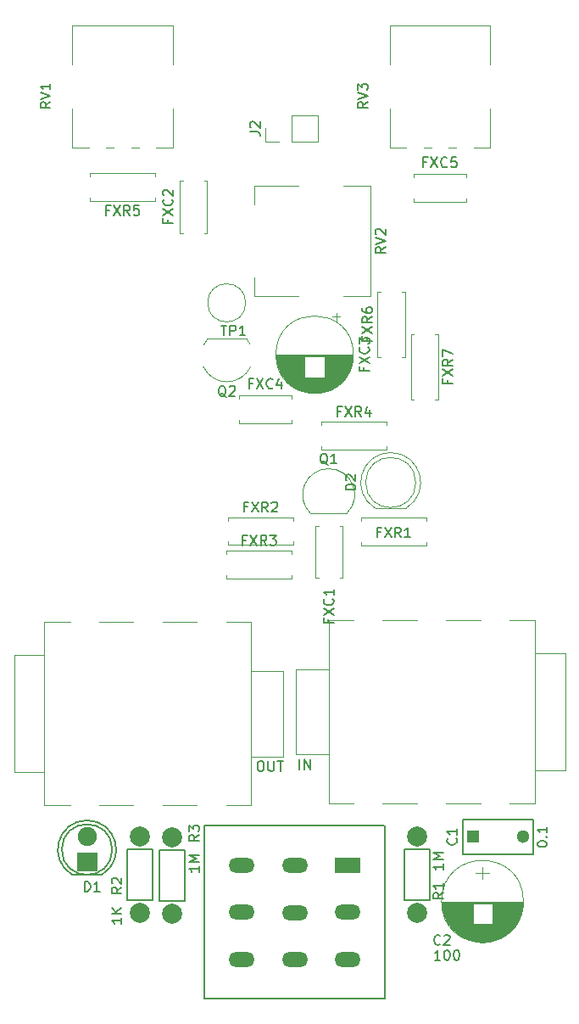
<source format=gbr>
%TF.GenerationSoftware,KiCad,Pcbnew,6.0.0-d3dd2cf0fa~116~ubuntu20.04.1*%
%TF.CreationDate,2022-01-03T11:44:46+00:00*%
%TF.ProjectId,peppermill,70657070-6572-46d6-996c-6c2e6b696361,rev?*%
%TF.SameCoordinates,Original*%
%TF.FileFunction,Legend,Top*%
%TF.FilePolarity,Positive*%
%FSLAX46Y46*%
G04 Gerber Fmt 4.6, Leading zero omitted, Abs format (unit mm)*
G04 Created by KiCad (PCBNEW 6.0.0-d3dd2cf0fa~116~ubuntu20.04.1) date 2022-01-03 11:44:46*
%MOMM*%
%LPD*%
G01*
G04 APERTURE LIST*
%ADD10C,0.150000*%
%ADD11C,0.120000*%
%ADD12R,2.600000X1.500000*%
%ADD13O,2.600000X1.500000*%
%ADD14R,2.000000X1.900000*%
%ADD15C,1.900000*%
%ADD16C,1.998980*%
%ADD17R,1.300000X1.300000*%
%ADD18C,1.300000*%
G04 APERTURE END LIST*
D10*
%TO.C,J3*%
X139750000Y-127432380D02*
X139940476Y-127432380D01*
X140035714Y-127480000D01*
X140130952Y-127575238D01*
X140178571Y-127765714D01*
X140178571Y-128099047D01*
X140130952Y-128289523D01*
X140035714Y-128384761D01*
X139940476Y-128432380D01*
X139750000Y-128432380D01*
X139654761Y-128384761D01*
X139559523Y-128289523D01*
X139511904Y-128099047D01*
X139511904Y-127765714D01*
X139559523Y-127575238D01*
X139654761Y-127480000D01*
X139750000Y-127432380D01*
X140607142Y-127432380D02*
X140607142Y-128241904D01*
X140654761Y-128337142D01*
X140702380Y-128384761D01*
X140797619Y-128432380D01*
X140988095Y-128432380D01*
X141083333Y-128384761D01*
X141130952Y-128337142D01*
X141178571Y-128241904D01*
X141178571Y-127432380D01*
X141511904Y-127432380D02*
X142083333Y-127432380D01*
X141797619Y-128432380D02*
X141797619Y-127432380D01*
%TO.C,J2*%
X138772380Y-64633333D02*
X139486666Y-64633333D01*
X139629523Y-64680952D01*
X139724761Y-64776190D01*
X139772380Y-64919047D01*
X139772380Y-65014285D01*
X138867619Y-64204761D02*
X138820000Y-64157142D01*
X138772380Y-64061904D01*
X138772380Y-63823809D01*
X138820000Y-63728571D01*
X138867619Y-63680952D01*
X138962857Y-63633333D01*
X139058095Y-63633333D01*
X139200952Y-63680952D01*
X139772380Y-64252380D01*
X139772380Y-63633333D01*
%TO.C,C2*%
X157783333Y-145707142D02*
X157735714Y-145754761D01*
X157592857Y-145802380D01*
X157497619Y-145802380D01*
X157354761Y-145754761D01*
X157259523Y-145659523D01*
X157211904Y-145564285D01*
X157164285Y-145373809D01*
X157164285Y-145230952D01*
X157211904Y-145040476D01*
X157259523Y-144945238D01*
X157354761Y-144850000D01*
X157497619Y-144802380D01*
X157592857Y-144802380D01*
X157735714Y-144850000D01*
X157783333Y-144897619D01*
X158164285Y-144897619D02*
X158211904Y-144850000D01*
X158307142Y-144802380D01*
X158545238Y-144802380D01*
X158640476Y-144850000D01*
X158688095Y-144897619D01*
X158735714Y-144992857D01*
X158735714Y-145088095D01*
X158688095Y-145230952D01*
X158116666Y-145802380D01*
X158735714Y-145802380D01*
X157783333Y-147302380D02*
X157211904Y-147302380D01*
X157497619Y-147302380D02*
X157497619Y-146302380D01*
X157402380Y-146445238D01*
X157307142Y-146540476D01*
X157211904Y-146588095D01*
X158402380Y-146302380D02*
X158497619Y-146302380D01*
X158592857Y-146350000D01*
X158640476Y-146397619D01*
X158688095Y-146492857D01*
X158735714Y-146683333D01*
X158735714Y-146921428D01*
X158688095Y-147111904D01*
X158640476Y-147207142D01*
X158592857Y-147254761D01*
X158497619Y-147302380D01*
X158402380Y-147302380D01*
X158307142Y-147254761D01*
X158259523Y-147207142D01*
X158211904Y-147111904D01*
X158164285Y-146921428D01*
X158164285Y-146683333D01*
X158211904Y-146492857D01*
X158259523Y-146397619D01*
X158307142Y-146350000D01*
X158402380Y-146302380D01*
X159354761Y-146302380D02*
X159450000Y-146302380D01*
X159545238Y-146350000D01*
X159592857Y-146397619D01*
X159640476Y-146492857D01*
X159688095Y-146683333D01*
X159688095Y-146921428D01*
X159640476Y-147111904D01*
X159592857Y-147207142D01*
X159545238Y-147254761D01*
X159450000Y-147302380D01*
X159354761Y-147302380D01*
X159259523Y-147254761D01*
X159211904Y-147207142D01*
X159164285Y-147111904D01*
X159116666Y-146921428D01*
X159116666Y-146683333D01*
X159164285Y-146492857D01*
X159211904Y-146397619D01*
X159259523Y-146350000D01*
X159354761Y-146302380D01*
%TO.C,D1*%
X122261904Y-140452380D02*
X122261904Y-139452380D01*
X122500000Y-139452380D01*
X122642857Y-139500000D01*
X122738095Y-139595238D01*
X122785714Y-139690476D01*
X122833333Y-139880952D01*
X122833333Y-140023809D01*
X122785714Y-140214285D01*
X122738095Y-140309523D01*
X122642857Y-140404761D01*
X122500000Y-140452380D01*
X122261904Y-140452380D01*
X123785714Y-140452380D02*
X123214285Y-140452380D01*
X123500000Y-140452380D02*
X123500000Y-139452380D01*
X123404761Y-139595238D01*
X123309523Y-139690476D01*
X123214285Y-139738095D01*
%TO.C,R1*%
X158075780Y-140586866D02*
X157599590Y-140920200D01*
X158075780Y-141158295D02*
X157075780Y-141158295D01*
X157075780Y-140777342D01*
X157123400Y-140682104D01*
X157171019Y-140634485D01*
X157266257Y-140586866D01*
X157409114Y-140586866D01*
X157504352Y-140634485D01*
X157551971Y-140682104D01*
X157599590Y-140777342D01*
X157599590Y-141158295D01*
X158075780Y-139634485D02*
X158075780Y-140205914D01*
X158075780Y-139920200D02*
X157075780Y-139920200D01*
X157218638Y-140015438D01*
X157313876Y-140110676D01*
X157361495Y-140205914D01*
X158075780Y-137705914D02*
X158075780Y-138277342D01*
X158075780Y-137991628D02*
X157075780Y-137991628D01*
X157218638Y-138086866D01*
X157313876Y-138182104D01*
X157361495Y-138277342D01*
X158075780Y-137277342D02*
X157075780Y-137277342D01*
X157790066Y-136944009D01*
X157075780Y-136610676D01*
X158075780Y-136610676D01*
%TO.C,R3*%
X133702380Y-134806666D02*
X133226190Y-135140000D01*
X133702380Y-135378095D02*
X132702380Y-135378095D01*
X132702380Y-134997142D01*
X132750000Y-134901904D01*
X132797619Y-134854285D01*
X132892857Y-134806666D01*
X133035714Y-134806666D01*
X133130952Y-134854285D01*
X133178571Y-134901904D01*
X133226190Y-134997142D01*
X133226190Y-135378095D01*
X132702380Y-134473333D02*
X132702380Y-133854285D01*
X133083333Y-134187619D01*
X133083333Y-134044761D01*
X133130952Y-133949523D01*
X133178571Y-133901904D01*
X133273809Y-133854285D01*
X133511904Y-133854285D01*
X133607142Y-133901904D01*
X133654761Y-133949523D01*
X133702380Y-134044761D01*
X133702380Y-134330476D01*
X133654761Y-134425714D01*
X133607142Y-134473333D01*
X133702380Y-137925714D02*
X133702380Y-138497142D01*
X133702380Y-138211428D02*
X132702380Y-138211428D01*
X132845238Y-138306666D01*
X132940476Y-138401904D01*
X132988095Y-138497142D01*
X133702380Y-137497142D02*
X132702380Y-137497142D01*
X133416666Y-137163809D01*
X132702380Y-136830476D01*
X133702380Y-136830476D01*
%TO.C,R2*%
X125952380Y-140036666D02*
X125476190Y-140370000D01*
X125952380Y-140608095D02*
X124952380Y-140608095D01*
X124952380Y-140227142D01*
X125000000Y-140131904D01*
X125047619Y-140084285D01*
X125142857Y-140036666D01*
X125285714Y-140036666D01*
X125380952Y-140084285D01*
X125428571Y-140131904D01*
X125476190Y-140227142D01*
X125476190Y-140608095D01*
X125047619Y-139655714D02*
X125000000Y-139608095D01*
X124952380Y-139512857D01*
X124952380Y-139274761D01*
X125000000Y-139179523D01*
X125047619Y-139131904D01*
X125142857Y-139084285D01*
X125238095Y-139084285D01*
X125380952Y-139131904D01*
X125952380Y-139703333D01*
X125952380Y-139084285D01*
X125952380Y-143084285D02*
X125952380Y-143655714D01*
X125952380Y-143370000D02*
X124952380Y-143370000D01*
X125095238Y-143465238D01*
X125190476Y-143560476D01*
X125238095Y-143655714D01*
X125952380Y-142655714D02*
X124952380Y-142655714D01*
X125952380Y-142084285D02*
X125380952Y-142512857D01*
X124952380Y-142084285D02*
X125523809Y-142655714D01*
%TO.C,C1*%
X159357142Y-135166666D02*
X159404761Y-135214285D01*
X159452380Y-135357142D01*
X159452380Y-135452380D01*
X159404761Y-135595238D01*
X159309523Y-135690476D01*
X159214285Y-135738095D01*
X159023809Y-135785714D01*
X158880952Y-135785714D01*
X158690476Y-135738095D01*
X158595238Y-135690476D01*
X158500000Y-135595238D01*
X158452380Y-135452380D01*
X158452380Y-135357142D01*
X158500000Y-135214285D01*
X158547619Y-135166666D01*
X159452380Y-134214285D02*
X159452380Y-134785714D01*
X159452380Y-134500000D02*
X158452380Y-134500000D01*
X158595238Y-134595238D01*
X158690476Y-134690476D01*
X158738095Y-134785714D01*
X167452380Y-135761904D02*
X167452380Y-135666666D01*
X167500000Y-135571428D01*
X167547619Y-135523809D01*
X167642857Y-135476190D01*
X167833333Y-135428571D01*
X168071428Y-135428571D01*
X168261904Y-135476190D01*
X168357142Y-135523809D01*
X168404761Y-135571428D01*
X168452380Y-135666666D01*
X168452380Y-135761904D01*
X168404761Y-135857142D01*
X168357142Y-135904761D01*
X168261904Y-135952380D01*
X168071428Y-136000000D01*
X167833333Y-136000000D01*
X167642857Y-135952380D01*
X167547619Y-135904761D01*
X167500000Y-135857142D01*
X167452380Y-135761904D01*
X168357142Y-135000000D02*
X168404761Y-134952380D01*
X168452380Y-135000000D01*
X168404761Y-135047619D01*
X168357142Y-135000000D01*
X168452380Y-135000000D01*
X168452380Y-134000000D02*
X168452380Y-134571428D01*
X168452380Y-134285714D02*
X167452380Y-134285714D01*
X167595238Y-134380952D01*
X167690476Y-134476190D01*
X167738095Y-134571428D01*
%TO.C,J1*%
X143726190Y-128262380D02*
X143726190Y-127262380D01*
X144202380Y-128262380D02*
X144202380Y-127262380D01*
X144773809Y-128262380D01*
X144773809Y-127262380D01*
%TO.C,FXC4*%
X139000076Y-89757571D02*
X138666742Y-89757571D01*
X138666742Y-90281380D02*
X138666742Y-89281380D01*
X139142933Y-89281380D01*
X139428647Y-89281380D02*
X140095314Y-90281380D01*
X140095314Y-89281380D02*
X139428647Y-90281380D01*
X141047695Y-90186142D02*
X141000076Y-90233761D01*
X140857219Y-90281380D01*
X140761980Y-90281380D01*
X140619123Y-90233761D01*
X140523885Y-90138523D01*
X140476266Y-90043285D01*
X140428647Y-89852809D01*
X140428647Y-89709952D01*
X140476266Y-89519476D01*
X140523885Y-89424238D01*
X140619123Y-89329000D01*
X140761980Y-89281380D01*
X140857219Y-89281380D01*
X141000076Y-89329000D01*
X141047695Y-89376619D01*
X141904838Y-89614714D02*
X141904838Y-90281380D01*
X141666742Y-89233761D02*
X141428647Y-89948047D01*
X142047695Y-89948047D01*
%TO.C,FXC1*%
X146613571Y-113312723D02*
X146613571Y-113646057D01*
X147137380Y-113646057D02*
X146137380Y-113646057D01*
X146137380Y-113169866D01*
X146137380Y-112884152D02*
X147137380Y-112217485D01*
X146137380Y-112217485D02*
X147137380Y-112884152D01*
X147042142Y-111265104D02*
X147089761Y-111312723D01*
X147137380Y-111455580D01*
X147137380Y-111550819D01*
X147089761Y-111693676D01*
X146994523Y-111788914D01*
X146899285Y-111836533D01*
X146708809Y-111884152D01*
X146565952Y-111884152D01*
X146375476Y-111836533D01*
X146280238Y-111788914D01*
X146185000Y-111693676D01*
X146137380Y-111550819D01*
X146137380Y-111455580D01*
X146185000Y-111312723D01*
X146232619Y-111265104D01*
X147137380Y-110312723D02*
X147137380Y-110884152D01*
X147137380Y-110598438D02*
X146137380Y-110598438D01*
X146280238Y-110693676D01*
X146375476Y-110788914D01*
X146423095Y-110884152D01*
%TO.C,FXR2*%
X138517476Y-102054171D02*
X138184142Y-102054171D01*
X138184142Y-102577980D02*
X138184142Y-101577980D01*
X138660333Y-101577980D01*
X138946047Y-101577980D02*
X139612714Y-102577980D01*
X139612714Y-101577980D02*
X138946047Y-102577980D01*
X140565095Y-102577980D02*
X140231761Y-102101790D01*
X139993666Y-102577980D02*
X139993666Y-101577980D01*
X140374619Y-101577980D01*
X140469857Y-101625600D01*
X140517476Y-101673219D01*
X140565095Y-101768457D01*
X140565095Y-101911314D01*
X140517476Y-102006552D01*
X140469857Y-102054171D01*
X140374619Y-102101790D01*
X139993666Y-102101790D01*
X140946047Y-101673219D02*
X140993666Y-101625600D01*
X141088904Y-101577980D01*
X141327000Y-101577980D01*
X141422238Y-101625600D01*
X141469857Y-101673219D01*
X141517476Y-101768457D01*
X141517476Y-101863695D01*
X141469857Y-102006552D01*
X140898428Y-102577980D01*
X141517476Y-102577980D01*
%TO.C,RV2*%
X152296180Y-76134838D02*
X151819990Y-76468171D01*
X152296180Y-76706266D02*
X151296180Y-76706266D01*
X151296180Y-76325314D01*
X151343800Y-76230076D01*
X151391419Y-76182457D01*
X151486657Y-76134838D01*
X151629514Y-76134838D01*
X151724752Y-76182457D01*
X151772371Y-76230076D01*
X151819990Y-76325314D01*
X151819990Y-76706266D01*
X151296180Y-75849123D02*
X152296180Y-75515790D01*
X151296180Y-75182457D01*
X151391419Y-74896742D02*
X151343800Y-74849123D01*
X151296180Y-74753885D01*
X151296180Y-74515790D01*
X151343800Y-74420552D01*
X151391419Y-74372933D01*
X151486657Y-74325314D01*
X151581895Y-74325314D01*
X151724752Y-74372933D01*
X152296180Y-74944361D01*
X152296180Y-74325314D01*
%TO.C,TP1*%
X135886895Y-83964180D02*
X136458323Y-83964180D01*
X136172609Y-84964180D02*
X136172609Y-83964180D01*
X136791657Y-84964180D02*
X136791657Y-83964180D01*
X137172609Y-83964180D01*
X137267847Y-84011800D01*
X137315466Y-84059419D01*
X137363085Y-84154657D01*
X137363085Y-84297514D01*
X137315466Y-84392752D01*
X137267847Y-84440371D01*
X137172609Y-84487990D01*
X136791657Y-84487990D01*
X138315466Y-84964180D02*
X137744038Y-84964180D01*
X138029752Y-84964180D02*
X138029752Y-83964180D01*
X137934514Y-84107038D01*
X137839276Y-84202276D01*
X137744038Y-84249895D01*
%TO.C,FXC2*%
X130549971Y-73430923D02*
X130549971Y-73764257D01*
X131073780Y-73764257D02*
X130073780Y-73764257D01*
X130073780Y-73288066D01*
X130073780Y-73002352D02*
X131073780Y-72335685D01*
X130073780Y-72335685D02*
X131073780Y-73002352D01*
X130978542Y-71383304D02*
X131026161Y-71430923D01*
X131073780Y-71573780D01*
X131073780Y-71669019D01*
X131026161Y-71811876D01*
X130930923Y-71907114D01*
X130835685Y-71954733D01*
X130645209Y-72002352D01*
X130502352Y-72002352D01*
X130311876Y-71954733D01*
X130216638Y-71907114D01*
X130121400Y-71811876D01*
X130073780Y-71669019D01*
X130073780Y-71573780D01*
X130121400Y-71430923D01*
X130169019Y-71383304D01*
X130169019Y-71002352D02*
X130121400Y-70954733D01*
X130073780Y-70859495D01*
X130073780Y-70621400D01*
X130121400Y-70526161D01*
X130169019Y-70478542D01*
X130264257Y-70430923D01*
X130359495Y-70430923D01*
X130502352Y-70478542D01*
X131073780Y-71049971D01*
X131073780Y-70430923D01*
%TO.C,FXC3*%
X150165771Y-88189929D02*
X150165771Y-88523263D01*
X150689580Y-88523263D02*
X149689580Y-88523263D01*
X149689580Y-88047072D01*
X149689580Y-87761358D02*
X150689580Y-87094691D01*
X149689580Y-87094691D02*
X150689580Y-87761358D01*
X150594342Y-86142310D02*
X150641961Y-86189929D01*
X150689580Y-86332786D01*
X150689580Y-86428025D01*
X150641961Y-86570882D01*
X150546723Y-86666120D01*
X150451485Y-86713739D01*
X150261009Y-86761358D01*
X150118152Y-86761358D01*
X149927676Y-86713739D01*
X149832438Y-86666120D01*
X149737200Y-86570882D01*
X149689580Y-86428025D01*
X149689580Y-86332786D01*
X149737200Y-86189929D01*
X149784819Y-86142310D01*
X149689580Y-85808977D02*
X149689580Y-85189929D01*
X150070533Y-85523263D01*
X150070533Y-85380406D01*
X150118152Y-85285167D01*
X150165771Y-85237548D01*
X150261009Y-85189929D01*
X150499104Y-85189929D01*
X150594342Y-85237548D01*
X150641961Y-85285167D01*
X150689580Y-85380406D01*
X150689580Y-85666120D01*
X150641961Y-85761358D01*
X150594342Y-85808977D01*
%TO.C,D2*%
X149324180Y-100382295D02*
X148324180Y-100382295D01*
X148324180Y-100144200D01*
X148371800Y-100001342D01*
X148467038Y-99906104D01*
X148562276Y-99858485D01*
X148752752Y-99810866D01*
X148895609Y-99810866D01*
X149086085Y-99858485D01*
X149181323Y-99906104D01*
X149276561Y-100001342D01*
X149324180Y-100144200D01*
X149324180Y-100382295D01*
X148419419Y-99429914D02*
X148371800Y-99382295D01*
X148324180Y-99287057D01*
X148324180Y-99048961D01*
X148371800Y-98953723D01*
X148419419Y-98906104D01*
X148514657Y-98858485D01*
X148609895Y-98858485D01*
X148752752Y-98906104D01*
X149324180Y-99477533D01*
X149324180Y-98858485D01*
%TO.C,FXR7*%
X158508571Y-89422123D02*
X158508571Y-89755457D01*
X159032380Y-89755457D02*
X158032380Y-89755457D01*
X158032380Y-89279266D01*
X158032380Y-88993552D02*
X159032380Y-88326885D01*
X158032380Y-88326885D02*
X159032380Y-88993552D01*
X159032380Y-87374504D02*
X158556190Y-87707838D01*
X159032380Y-87945933D02*
X158032380Y-87945933D01*
X158032380Y-87564980D01*
X158080000Y-87469742D01*
X158127619Y-87422123D01*
X158222857Y-87374504D01*
X158365714Y-87374504D01*
X158460952Y-87422123D01*
X158508571Y-87469742D01*
X158556190Y-87564980D01*
X158556190Y-87945933D01*
X158032380Y-87041171D02*
X158032380Y-86374504D01*
X159032380Y-86803076D01*
%TO.C,Q2*%
X136383361Y-91102619D02*
X136288123Y-91055000D01*
X136192885Y-90959761D01*
X136050028Y-90816904D01*
X135954790Y-90769285D01*
X135859552Y-90769285D01*
X135907171Y-91007380D02*
X135811933Y-90959761D01*
X135716695Y-90864523D01*
X135669076Y-90674047D01*
X135669076Y-90340714D01*
X135716695Y-90150238D01*
X135811933Y-90055000D01*
X135907171Y-90007380D01*
X136097647Y-90007380D01*
X136192885Y-90055000D01*
X136288123Y-90150238D01*
X136335742Y-90340714D01*
X136335742Y-90674047D01*
X136288123Y-90864523D01*
X136192885Y-90959761D01*
X136097647Y-91007380D01*
X135907171Y-91007380D01*
X136716695Y-90102619D02*
X136764314Y-90055000D01*
X136859552Y-90007380D01*
X137097647Y-90007380D01*
X137192885Y-90055000D01*
X137240504Y-90102619D01*
X137288123Y-90197857D01*
X137288123Y-90293095D01*
X137240504Y-90435952D01*
X136669076Y-91007380D01*
X137288123Y-91007380D01*
%TO.C,FXC5*%
X156424476Y-67659571D02*
X156091142Y-67659571D01*
X156091142Y-68183380D02*
X156091142Y-67183380D01*
X156567333Y-67183380D01*
X156853047Y-67183380D02*
X157519714Y-68183380D01*
X157519714Y-67183380D02*
X156853047Y-68183380D01*
X158472095Y-68088142D02*
X158424476Y-68135761D01*
X158281619Y-68183380D01*
X158186380Y-68183380D01*
X158043523Y-68135761D01*
X157948285Y-68040523D01*
X157900666Y-67945285D01*
X157853047Y-67754809D01*
X157853047Y-67611952D01*
X157900666Y-67421476D01*
X157948285Y-67326238D01*
X158043523Y-67231000D01*
X158186380Y-67183380D01*
X158281619Y-67183380D01*
X158424476Y-67231000D01*
X158472095Y-67278619D01*
X159376857Y-67183380D02*
X158900666Y-67183380D01*
X158853047Y-67659571D01*
X158900666Y-67611952D01*
X158995904Y-67564333D01*
X159234000Y-67564333D01*
X159329238Y-67611952D01*
X159376857Y-67659571D01*
X159424476Y-67754809D01*
X159424476Y-67992904D01*
X159376857Y-68088142D01*
X159329238Y-68135761D01*
X159234000Y-68183380D01*
X158995904Y-68183380D01*
X158900666Y-68135761D01*
X158853047Y-68088142D01*
%TO.C,FXR4*%
X147839276Y-92529171D02*
X147505942Y-92529171D01*
X147505942Y-93052980D02*
X147505942Y-92052980D01*
X147982133Y-92052980D01*
X148267847Y-92052980D02*
X148934514Y-93052980D01*
X148934514Y-92052980D02*
X148267847Y-93052980D01*
X149886895Y-93052980D02*
X149553561Y-92576790D01*
X149315466Y-93052980D02*
X149315466Y-92052980D01*
X149696419Y-92052980D01*
X149791657Y-92100600D01*
X149839276Y-92148219D01*
X149886895Y-92243457D01*
X149886895Y-92386314D01*
X149839276Y-92481552D01*
X149791657Y-92529171D01*
X149696419Y-92576790D01*
X149315466Y-92576790D01*
X150744038Y-92386314D02*
X150744038Y-93052980D01*
X150505942Y-92005361D02*
X150267847Y-92719647D01*
X150886895Y-92719647D01*
%TO.C,FXR1*%
X151801676Y-104601971D02*
X151468342Y-104601971D01*
X151468342Y-105125780D02*
X151468342Y-104125780D01*
X151944533Y-104125780D01*
X152230247Y-104125780D02*
X152896914Y-105125780D01*
X152896914Y-104125780D02*
X152230247Y-105125780D01*
X153849295Y-105125780D02*
X153515961Y-104649590D01*
X153277866Y-105125780D02*
X153277866Y-104125780D01*
X153658819Y-104125780D01*
X153754057Y-104173400D01*
X153801676Y-104221019D01*
X153849295Y-104316257D01*
X153849295Y-104459114D01*
X153801676Y-104554352D01*
X153754057Y-104601971D01*
X153658819Y-104649590D01*
X153277866Y-104649590D01*
X154801676Y-105125780D02*
X154230247Y-105125780D01*
X154515961Y-105125780D02*
X154515961Y-104125780D01*
X154420723Y-104268638D01*
X154325485Y-104363876D01*
X154230247Y-104411495D01*
%TO.C,FXR3*%
X138390476Y-105381571D02*
X138057142Y-105381571D01*
X138057142Y-105905380D02*
X138057142Y-104905380D01*
X138533333Y-104905380D01*
X138819047Y-104905380D02*
X139485714Y-105905380D01*
X139485714Y-104905380D02*
X138819047Y-105905380D01*
X140438095Y-105905380D02*
X140104761Y-105429190D01*
X139866666Y-105905380D02*
X139866666Y-104905380D01*
X140247619Y-104905380D01*
X140342857Y-104953000D01*
X140390476Y-105000619D01*
X140438095Y-105095857D01*
X140438095Y-105238714D01*
X140390476Y-105333952D01*
X140342857Y-105381571D01*
X140247619Y-105429190D01*
X139866666Y-105429190D01*
X140771428Y-104905380D02*
X141390476Y-104905380D01*
X141057142Y-105286333D01*
X141200000Y-105286333D01*
X141295238Y-105333952D01*
X141342857Y-105381571D01*
X141390476Y-105476809D01*
X141390476Y-105714904D01*
X141342857Y-105810142D01*
X141295238Y-105857761D01*
X141200000Y-105905380D01*
X140914285Y-105905380D01*
X140819047Y-105857761D01*
X140771428Y-105810142D01*
%TO.C,RV3*%
X150561780Y-61656838D02*
X150085590Y-61990171D01*
X150561780Y-62228266D02*
X149561780Y-62228266D01*
X149561780Y-61847314D01*
X149609400Y-61752076D01*
X149657019Y-61704457D01*
X149752257Y-61656838D01*
X149895114Y-61656838D01*
X149990352Y-61704457D01*
X150037971Y-61752076D01*
X150085590Y-61847314D01*
X150085590Y-62228266D01*
X149561780Y-61371123D02*
X150561780Y-61037790D01*
X149561780Y-60704457D01*
X149561780Y-60466361D02*
X149561780Y-59847314D01*
X149942733Y-60180647D01*
X149942733Y-60037790D01*
X149990352Y-59942552D01*
X150037971Y-59894933D01*
X150133209Y-59847314D01*
X150371304Y-59847314D01*
X150466542Y-59894933D01*
X150514161Y-59942552D01*
X150561780Y-60037790D01*
X150561780Y-60323504D01*
X150514161Y-60418742D01*
X150466542Y-60466361D01*
%TO.C,RV1*%
X118837180Y-61656838D02*
X118360990Y-61990171D01*
X118837180Y-62228266D02*
X117837180Y-62228266D01*
X117837180Y-61847314D01*
X117884800Y-61752076D01*
X117932419Y-61704457D01*
X118027657Y-61656838D01*
X118170514Y-61656838D01*
X118265752Y-61704457D01*
X118313371Y-61752076D01*
X118360990Y-61847314D01*
X118360990Y-62228266D01*
X117837180Y-61371123D02*
X118837180Y-61037790D01*
X117837180Y-60704457D01*
X118837180Y-59847314D02*
X118837180Y-60418742D01*
X118837180Y-60133028D02*
X117837180Y-60133028D01*
X117980038Y-60228266D01*
X118075276Y-60323504D01*
X118122895Y-60418742D01*
%TO.C,FXR6*%
X150441171Y-85154923D02*
X150441171Y-85488257D01*
X150964980Y-85488257D02*
X149964980Y-85488257D01*
X149964980Y-85012066D01*
X149964980Y-84726352D02*
X150964980Y-84059685D01*
X149964980Y-84059685D02*
X150964980Y-84726352D01*
X150964980Y-83107304D02*
X150488790Y-83440638D01*
X150964980Y-83678733D02*
X149964980Y-83678733D01*
X149964980Y-83297780D01*
X150012600Y-83202542D01*
X150060219Y-83154923D01*
X150155457Y-83107304D01*
X150298314Y-83107304D01*
X150393552Y-83154923D01*
X150441171Y-83202542D01*
X150488790Y-83297780D01*
X150488790Y-83678733D01*
X149964980Y-82250161D02*
X149964980Y-82440638D01*
X150012600Y-82535876D01*
X150060219Y-82583495D01*
X150203076Y-82678733D01*
X150393552Y-82726352D01*
X150774504Y-82726352D01*
X150869742Y-82678733D01*
X150917361Y-82631114D01*
X150964980Y-82535876D01*
X150964980Y-82345400D01*
X150917361Y-82250161D01*
X150869742Y-82202542D01*
X150774504Y-82154923D01*
X150536409Y-82154923D01*
X150441171Y-82202542D01*
X150393552Y-82250161D01*
X150345933Y-82345400D01*
X150345933Y-82535876D01*
X150393552Y-82631114D01*
X150441171Y-82678733D01*
X150536409Y-82726352D01*
%TO.C,FXR5*%
X124725276Y-72453371D02*
X124391942Y-72453371D01*
X124391942Y-72977180D02*
X124391942Y-71977180D01*
X124868133Y-71977180D01*
X125153847Y-71977180D02*
X125820514Y-72977180D01*
X125820514Y-71977180D02*
X125153847Y-72977180D01*
X126772895Y-72977180D02*
X126439561Y-72500990D01*
X126201466Y-72977180D02*
X126201466Y-71977180D01*
X126582419Y-71977180D01*
X126677657Y-72024800D01*
X126725276Y-72072419D01*
X126772895Y-72167657D01*
X126772895Y-72310514D01*
X126725276Y-72405752D01*
X126677657Y-72453371D01*
X126582419Y-72500990D01*
X126201466Y-72500990D01*
X127677657Y-71977180D02*
X127201466Y-71977180D01*
X127153847Y-72453371D01*
X127201466Y-72405752D01*
X127296704Y-72358133D01*
X127534800Y-72358133D01*
X127630038Y-72405752D01*
X127677657Y-72453371D01*
X127725276Y-72548609D01*
X127725276Y-72786704D01*
X127677657Y-72881942D01*
X127630038Y-72929561D01*
X127534800Y-72977180D01*
X127296704Y-72977180D01*
X127201466Y-72929561D01*
X127153847Y-72881942D01*
%TO.C,Q1*%
X146538961Y-97851019D02*
X146443723Y-97803400D01*
X146348485Y-97708161D01*
X146205628Y-97565304D01*
X146110390Y-97517685D01*
X146015152Y-97517685D01*
X146062771Y-97755780D02*
X145967533Y-97708161D01*
X145872295Y-97612923D01*
X145824676Y-97422447D01*
X145824676Y-97089114D01*
X145872295Y-96898638D01*
X145967533Y-96803400D01*
X146062771Y-96755780D01*
X146253247Y-96755780D01*
X146348485Y-96803400D01*
X146443723Y-96898638D01*
X146491342Y-97089114D01*
X146491342Y-97422447D01*
X146443723Y-97612923D01*
X146348485Y-97708161D01*
X146253247Y-97755780D01*
X146062771Y-97755780D01*
X147443723Y-97755780D02*
X146872295Y-97755780D01*
X147158009Y-97755780D02*
X147158009Y-96755780D01*
X147062771Y-96898638D01*
X146967533Y-96993876D01*
X146872295Y-97041495D01*
%TO.C,SW1*%
X152250000Y-151175000D02*
X134250000Y-151175000D01*
X134250000Y-151175000D02*
X134250000Y-133875000D01*
X134250000Y-133875000D02*
X152150000Y-133875000D01*
X152250000Y-151175000D02*
X152250000Y-133875000D01*
D11*
%TO.C,J3*%
X138860000Y-131870000D02*
X138860000Y-113580000D01*
X130060000Y-113580000D02*
X133490000Y-113580000D01*
X138890000Y-118470000D02*
X142110000Y-118470000D01*
X133490000Y-131870000D02*
X130060000Y-131870000D01*
X120800000Y-131870000D02*
X118250000Y-131870000D01*
X142130000Y-126980000D02*
X142130000Y-118500000D01*
X138860000Y-131870000D02*
X136410000Y-131870000D01*
X118250000Y-113580000D02*
X120800000Y-113580000D01*
X123710000Y-113580000D02*
X127140000Y-113580000D01*
X138890000Y-126980000D02*
X142110000Y-126980000D01*
X127140000Y-131870000D02*
X123710000Y-131870000D01*
X115250000Y-128570000D02*
X118250000Y-128570000D01*
X138860000Y-113580000D02*
X136410000Y-113580000D01*
X115250000Y-128570000D02*
X115250000Y-116870000D01*
X118250000Y-131870000D02*
X118250000Y-113580000D01*
X115250000Y-116870000D02*
X118250000Y-116870000D01*
%TO.C,J2*%
X142920000Y-62970000D02*
X145520000Y-62970000D01*
X140320000Y-65630000D02*
X140320000Y-64300000D01*
X142920000Y-65630000D02*
X142920000Y-62970000D01*
X142920000Y-65630000D02*
X145520000Y-65630000D01*
X141650000Y-65630000D02*
X140320000Y-65630000D01*
X145520000Y-65630000D02*
X145520000Y-62970000D01*
%TO.C,C2*%
X166038000Y-141770000D02*
X162980000Y-141770000D01*
X161020000Y-142891000D02*
X158211000Y-142891000D01*
X165971000Y-142251000D02*
X162980000Y-142251000D01*
X164557000Y-144611000D02*
X159443000Y-144611000D01*
X161020000Y-142291000D02*
X158037000Y-142291000D01*
X165987000Y-142171000D02*
X162980000Y-142171000D01*
X161020000Y-143371000D02*
X158428000Y-143371000D01*
X161020000Y-143331000D02*
X158407000Y-143331000D01*
X161020000Y-143491000D02*
X158495000Y-143491000D01*
X163127000Y-145371000D02*
X160873000Y-145371000D01*
X165301000Y-143811000D02*
X158699000Y-143811000D01*
X162650000Y-138600000D02*
X161350000Y-138600000D01*
X161020000Y-142771000D02*
X158168000Y-142771000D01*
X164457000Y-144691000D02*
X159543000Y-144691000D01*
X165946000Y-142371000D02*
X162980000Y-142371000D01*
X164173000Y-144891000D02*
X159827000Y-144891000D01*
X163660000Y-145171000D02*
X160340000Y-145171000D01*
X165858000Y-142691000D02*
X162980000Y-142691000D01*
X161020000Y-142611000D02*
X158117000Y-142611000D01*
X165528000Y-143451000D02*
X162980000Y-143451000D01*
X164979000Y-144211000D02*
X159021000Y-144211000D01*
X166047000Y-141610000D02*
X157953000Y-141610000D01*
X161020000Y-143651000D02*
X158592000Y-143651000D01*
X166050000Y-141450000D02*
X157950000Y-141450000D01*
X165979000Y-142211000D02*
X162980000Y-142211000D01*
X164824000Y-144371000D02*
X159176000Y-144371000D01*
X161020000Y-142931000D02*
X158227000Y-142931000D01*
X165690000Y-143131000D02*
X162980000Y-143131000D01*
X166031000Y-141850000D02*
X162980000Y-141850000D01*
X164652000Y-144531000D02*
X159348000Y-144531000D01*
X166022000Y-141930000D02*
X162980000Y-141930000D01*
X161020000Y-143291000D02*
X158387000Y-143291000D01*
X161020000Y-142050000D02*
X157994000Y-142050000D01*
X163826000Y-145091000D02*
X160174000Y-145091000D01*
X161020000Y-143211000D02*
X158348000Y-143211000D01*
X165505000Y-143491000D02*
X162980000Y-143491000D01*
X165883000Y-142611000D02*
X162980000Y-142611000D01*
X161020000Y-143131000D02*
X158310000Y-143131000D01*
X165613000Y-143291000D02*
X162980000Y-143291000D01*
X164865000Y-144331000D02*
X159135000Y-144331000D01*
X161020000Y-143531000D02*
X158518000Y-143531000D01*
X164783000Y-144411000D02*
X159217000Y-144411000D01*
X161020000Y-141850000D02*
X157969000Y-141850000D01*
X162814000Y-145451000D02*
X161186000Y-145451000D01*
X163254000Y-145331000D02*
X160746000Y-145331000D01*
X164508000Y-144651000D02*
X159492000Y-144651000D01*
X161020000Y-142811000D02*
X158182000Y-142811000D01*
X161020000Y-142531000D02*
X158095000Y-142531000D01*
X164043000Y-144971000D02*
X159957000Y-144971000D01*
X166049000Y-141570000D02*
X157951000Y-141570000D01*
X161020000Y-141970000D02*
X157983000Y-141970000D01*
X165550000Y-143411000D02*
X162980000Y-143411000D01*
X165955000Y-142331000D02*
X162980000Y-142331000D01*
X165243000Y-143891000D02*
X158757000Y-143891000D01*
X164740000Y-144451000D02*
X159260000Y-144451000D01*
X161020000Y-142451000D02*
X158074000Y-142451000D01*
X164234000Y-144851000D02*
X159766000Y-144851000D01*
X165356000Y-143731000D02*
X158644000Y-143731000D01*
X161020000Y-142171000D02*
X158013000Y-142171000D01*
X165593000Y-143331000D02*
X162980000Y-143331000D01*
X166000000Y-142090000D02*
X162980000Y-142090000D01*
X161020000Y-141770000D02*
X157962000Y-141770000D01*
X166050000Y-141530000D02*
X157950000Y-141530000D01*
X166043000Y-141690000D02*
X157957000Y-141690000D01*
X161020000Y-143571000D02*
X158542000Y-143571000D01*
X165150000Y-144011000D02*
X158850000Y-144011000D01*
X164605000Y-144571000D02*
X159395000Y-144571000D01*
X164109000Y-144931000D02*
X159891000Y-144931000D01*
X161020000Y-142010000D02*
X157988000Y-142010000D01*
X161020000Y-142251000D02*
X158029000Y-142251000D01*
X165050000Y-144131000D02*
X158950000Y-144131000D01*
X166041000Y-141730000D02*
X162980000Y-141730000D01*
X161020000Y-143051000D02*
X158275000Y-143051000D01*
X161020000Y-143171000D02*
X158329000Y-143171000D01*
X165652000Y-143211000D02*
X162980000Y-143211000D01*
X161020000Y-142851000D02*
X158197000Y-142851000D01*
X164404000Y-144731000D02*
X159596000Y-144731000D01*
X165994000Y-142130000D02*
X162980000Y-142130000D01*
X161020000Y-142571000D02*
X158106000Y-142571000D01*
X164293000Y-144811000D02*
X159707000Y-144811000D01*
X161020000Y-141930000D02*
X157978000Y-141930000D01*
X161020000Y-142411000D02*
X158064000Y-142411000D01*
X161020000Y-142731000D02*
X158155000Y-142731000D01*
X163473000Y-145251000D02*
X160527000Y-145251000D01*
X165084000Y-144091000D02*
X158916000Y-144091000D01*
X165758000Y-142971000D02*
X162980000Y-142971000D01*
X164904000Y-144291000D02*
X159096000Y-144291000D01*
X165916000Y-142491000D02*
X162980000Y-142491000D01*
X165408000Y-143651000D02*
X162980000Y-143651000D01*
X161020000Y-143411000D02*
X158450000Y-143411000D01*
X165272000Y-143851000D02*
X158728000Y-143851000D01*
X166035000Y-141810000D02*
X162980000Y-141810000D01*
X162598000Y-145491000D02*
X161402000Y-145491000D01*
X161020000Y-142691000D02*
X158142000Y-142691000D01*
X165725000Y-143051000D02*
X162980000Y-143051000D01*
X165329000Y-143771000D02*
X158671000Y-143771000D01*
X166050000Y-141490000D02*
X157950000Y-141490000D01*
X165118000Y-144051000D02*
X158882000Y-144051000D01*
X165213000Y-143931000D02*
X158787000Y-143931000D01*
X161020000Y-143091000D02*
X158293000Y-143091000D01*
X165905000Y-142531000D02*
X162980000Y-142531000D01*
X161020000Y-142491000D02*
X158084000Y-142491000D01*
X161020000Y-143451000D02*
X158472000Y-143451000D01*
X162246000Y-145531000D02*
X161754000Y-145531000D01*
X165818000Y-142811000D02*
X162980000Y-142811000D01*
X165832000Y-142771000D02*
X162980000Y-142771000D01*
X163570000Y-145211000D02*
X160430000Y-145211000D01*
X165845000Y-142731000D02*
X162980000Y-142731000D01*
X161020000Y-142971000D02*
X158242000Y-142971000D01*
X165434000Y-143611000D02*
X162980000Y-143611000D01*
X162983000Y-145411000D02*
X161017000Y-145411000D01*
X164697000Y-144491000D02*
X159303000Y-144491000D01*
X161020000Y-142651000D02*
X158130000Y-142651000D01*
X163369000Y-145291000D02*
X160631000Y-145291000D01*
X163745000Y-145131000D02*
X160255000Y-145131000D01*
X166017000Y-141970000D02*
X162980000Y-141970000D01*
X161020000Y-142371000D02*
X158054000Y-142371000D01*
X166046000Y-141650000D02*
X157954000Y-141650000D01*
X165383000Y-143691000D02*
X158617000Y-143691000D01*
X161020000Y-143251000D02*
X158367000Y-143251000D01*
X161020000Y-141810000D02*
X157965000Y-141810000D01*
X161020000Y-142331000D02*
X158045000Y-142331000D01*
X165926000Y-142451000D02*
X162980000Y-142451000D01*
X165870000Y-142651000D02*
X162980000Y-142651000D01*
X162000000Y-138000000D02*
X162000000Y-139200000D01*
X165936000Y-142411000D02*
X162980000Y-142411000D01*
X163902000Y-145051000D02*
X160098000Y-145051000D01*
X165458000Y-143571000D02*
X162980000Y-143571000D01*
X161020000Y-142090000D02*
X158000000Y-142090000D01*
X161020000Y-141730000D02*
X157959000Y-141730000D01*
X165572000Y-143371000D02*
X162980000Y-143371000D01*
X165482000Y-143531000D02*
X162980000Y-143531000D01*
X165963000Y-142291000D02*
X162980000Y-142291000D01*
X161020000Y-142211000D02*
X158021000Y-142211000D01*
X166006000Y-142050000D02*
X162980000Y-142050000D01*
X161020000Y-142130000D02*
X158006000Y-142130000D01*
X164942000Y-144251000D02*
X159058000Y-144251000D01*
X161020000Y-141890000D02*
X157973000Y-141890000D01*
X165789000Y-142891000D02*
X162980000Y-142891000D01*
X165707000Y-143091000D02*
X162980000Y-143091000D01*
X165773000Y-142931000D02*
X162980000Y-142931000D01*
X165633000Y-143251000D02*
X162980000Y-143251000D01*
X161020000Y-143011000D02*
X158259000Y-143011000D01*
X165671000Y-143171000D02*
X162980000Y-143171000D01*
X165741000Y-143011000D02*
X162980000Y-143011000D01*
X161020000Y-143611000D02*
X158566000Y-143611000D01*
X164349000Y-144771000D02*
X159651000Y-144771000D01*
X165803000Y-142851000D02*
X162980000Y-142851000D01*
X166027000Y-141890000D02*
X162980000Y-141890000D01*
X163974000Y-145011000D02*
X160026000Y-145011000D01*
X165015000Y-144171000D02*
X158985000Y-144171000D01*
X165182000Y-143971000D02*
X158818000Y-143971000D01*
X166012000Y-142010000D02*
X162980000Y-142010000D01*
X165894000Y-142571000D02*
X162980000Y-142571000D01*
X166090000Y-141450000D02*
G75*
G03*
X166090000Y-141450000I-4090000J0D01*
G01*
D10*
%TO.C,D1*%
X124000000Y-138770000D02*
X121000000Y-138770000D01*
X124024904Y-138754888D02*
G75*
G03*
X121000000Y-138770000I-1524904J2484888D01*
G01*
X125017936Y-136270000D02*
G75*
G03*
X125017936Y-136270000I-2517936J0D01*
G01*
%TO.C,R1*%
X156743400Y-141300200D02*
X154203400Y-141300200D01*
X154203400Y-141300200D02*
X154203400Y-136220200D01*
X156743400Y-136220200D02*
X156743400Y-141300200D01*
X154203400Y-136220200D02*
X156743400Y-136220200D01*
%TO.C,R3*%
X129730000Y-136290000D02*
X132270000Y-136290000D01*
X129730000Y-141370000D02*
X129730000Y-136290000D01*
X132270000Y-136290000D02*
X132270000Y-141370000D01*
X132270000Y-141370000D02*
X129730000Y-141370000D01*
%TO.C,R2*%
X129020000Y-141350000D02*
X126480000Y-141350000D01*
X126480000Y-136270000D02*
X129020000Y-136270000D01*
X126480000Y-141350000D02*
X126480000Y-136270000D01*
X129020000Y-136270000D02*
X129020000Y-141350000D01*
%TO.C,C1*%
X167050000Y-133250000D02*
X167050000Y-136750000D01*
X160050000Y-136750000D02*
X160050000Y-133250000D01*
X167050000Y-136750000D02*
X160050000Y-136750000D01*
X160050000Y-133250000D02*
X167050000Y-133250000D01*
D11*
%TO.C,J1*%
X152010000Y-113390000D02*
X155440000Y-113390000D01*
X155440000Y-131680000D02*
X152010000Y-131680000D01*
X146640000Y-131680000D02*
X149090000Y-131680000D01*
X170250000Y-116690000D02*
X167250000Y-116690000D01*
X170250000Y-116690000D02*
X170250000Y-128390000D01*
X170250000Y-128390000D02*
X167250000Y-128390000D01*
X164700000Y-113390000D02*
X167250000Y-113390000D01*
X158360000Y-113390000D02*
X161790000Y-113390000D01*
X161790000Y-131680000D02*
X158360000Y-131680000D01*
X167250000Y-113390000D02*
X167250000Y-131680000D01*
X167250000Y-131680000D02*
X164700000Y-131680000D01*
X146640000Y-113390000D02*
X146640000Y-131680000D01*
X143370000Y-118280000D02*
X143370000Y-126760000D01*
X146640000Y-113390000D02*
X149090000Y-113390000D01*
X146610000Y-118280000D02*
X143390000Y-118280000D01*
X146610000Y-126790000D02*
X143390000Y-126790000D01*
%TO.C,FXC4*%
X137689600Y-93699000D02*
X142929600Y-93699000D01*
X137689600Y-90959000D02*
X137689600Y-91274000D01*
X137689600Y-90959000D02*
X142929600Y-90959000D01*
X142929600Y-93384000D02*
X142929600Y-93699000D01*
X142929600Y-90959000D02*
X142929600Y-91274000D01*
X137689600Y-93384000D02*
X137689600Y-93699000D01*
%TO.C,FXC1*%
X145315000Y-109187600D02*
X145630000Y-109187600D01*
X148055000Y-109187600D02*
X148055000Y-103947600D01*
X147740000Y-103947600D02*
X148055000Y-103947600D01*
X145315000Y-109187600D02*
X145315000Y-103947600D01*
X147740000Y-109187600D02*
X148055000Y-109187600D01*
X145315000Y-103947600D02*
X145630000Y-103947600D01*
%TO.C,FXR2*%
X136557000Y-103455600D02*
X136557000Y-103125600D01*
X143097000Y-105865600D02*
X143097000Y-105535600D01*
X136557000Y-105535600D02*
X136557000Y-105865600D01*
X136557000Y-103125600D02*
X143097000Y-103125600D01*
X136557000Y-105865600D02*
X143097000Y-105865600D01*
X143097000Y-103125600D02*
X143097000Y-103455600D01*
%TO.C,RV2*%
X143593800Y-70069600D02*
X139223800Y-70069600D01*
X150813800Y-81009600D02*
X150813800Y-70069600D01*
X143593800Y-81009600D02*
X139223800Y-81009600D01*
X139223800Y-71889600D02*
X139223800Y-70069600D01*
X139223800Y-81009600D02*
X139223800Y-79189600D01*
X150813800Y-70069600D02*
X148093800Y-70069600D01*
X150813800Y-81009600D02*
X148093800Y-81009600D01*
%TO.C,TP1*%
X138348800Y-81711800D02*
G75*
G03*
X138348800Y-81711800I-1900000J0D01*
G01*
%TO.C,FXC2*%
X134491400Y-74741400D02*
X134491400Y-69501400D01*
X131751400Y-74741400D02*
X131751400Y-69501400D01*
X134176400Y-74741400D02*
X134491400Y-74741400D01*
X131751400Y-74741400D02*
X132066400Y-74741400D01*
X134176400Y-69501400D02*
X134491400Y-69501400D01*
X131751400Y-69501400D02*
X132066400Y-69501400D01*
%TO.C,FXC3*%
X148100200Y-89441406D02*
X142374200Y-89441406D01*
X147118200Y-90241406D02*
X143356200Y-90241406D01*
X144197200Y-87280406D02*
X141427200Y-87280406D01*
X148409200Y-89041406D02*
X146277200Y-89041406D01*
X147251200Y-90161406D02*
X143223200Y-90161406D01*
X147592200Y-89921406D02*
X142882200Y-89921406D01*
X147314200Y-90121406D02*
X143160200Y-90121406D01*
X148580200Y-88761406D02*
X146277200Y-88761406D01*
X148925200Y-87921406D02*
X146277200Y-87921406D01*
X149051200Y-87240406D02*
X146277200Y-87240406D01*
X148773200Y-88361406D02*
X146277200Y-88361406D01*
X144197200Y-88481406D02*
X141753200Y-88481406D01*
X144197200Y-88641406D02*
X141830200Y-88641406D01*
X144197200Y-87360406D02*
X141436200Y-87360406D01*
X148966200Y-87761406D02*
X146277200Y-87761406D01*
X148486200Y-88921406D02*
X146277200Y-88921406D01*
X144197200Y-87921406D02*
X141549200Y-87921406D01*
X148623200Y-88681406D02*
X146277200Y-88681406D01*
X144197200Y-88001406D02*
X141572200Y-88001406D01*
X147910200Y-89641406D02*
X142564200Y-89641406D01*
X144197200Y-88961406D02*
X142013200Y-88961406D01*
X147487200Y-90001406D02*
X142987200Y-90001406D01*
X144197200Y-87200406D02*
X141420200Y-87200406D01*
X144197200Y-88561406D02*
X141790200Y-88561406D01*
X144197200Y-88401406D02*
X141717200Y-88401406D01*
X148703200Y-88521406D02*
X146277200Y-88521406D01*
X144197200Y-87641406D02*
X141482200Y-87641406D01*
X148821200Y-88241406D02*
X146277200Y-88241406D01*
X148295200Y-89201406D02*
X142179200Y-89201406D01*
X144197200Y-87440406D02*
X141447200Y-87440406D01*
X148558200Y-88801406D02*
X146277200Y-88801406D01*
X148353200Y-89121406D02*
X146277200Y-89121406D01*
X148064200Y-89481406D02*
X142410200Y-89481406D01*
X144197200Y-88841406D02*
X141940200Y-88841406D01*
X149066200Y-87000406D02*
X141408200Y-87000406D01*
X149054200Y-87200406D02*
X146277200Y-87200406D01*
X148984200Y-87681406D02*
X146277200Y-87681406D01*
X149007200Y-87560406D02*
X146277200Y-87560406D01*
X144197200Y-88441406D02*
X141735200Y-88441406D01*
X147783200Y-89761406D02*
X142691200Y-89761406D01*
X148168200Y-89361406D02*
X142306200Y-89361406D01*
X148265200Y-89241406D02*
X142209200Y-89241406D01*
X147374200Y-90081406D02*
X143100200Y-90081406D01*
X147541200Y-89961406D02*
X142933200Y-89961406D01*
X146114200Y-90641406D02*
X144360200Y-90641406D01*
X148936200Y-87881406D02*
X146277200Y-87881406D01*
X144197200Y-87480406D02*
X141453200Y-87480406D01*
X147737200Y-89801406D02*
X142737200Y-89801406D01*
X149057200Y-87160406D02*
X146277200Y-87160406D01*
X148890200Y-88041406D02*
X146277200Y-88041406D01*
X144197200Y-87881406D02*
X141538200Y-87881406D01*
X148835200Y-88201406D02*
X146277200Y-88201406D01*
X149038200Y-87360406D02*
X146277200Y-87360406D01*
X144197200Y-88081406D02*
X141597200Y-88081406D01*
X144197200Y-87721406D02*
X141499200Y-87721406D01*
X148664200Y-88601406D02*
X146277200Y-88601406D01*
X147412200Y-82738195D02*
X147412200Y-83488195D01*
X148914200Y-87961406D02*
X146277200Y-87961406D01*
X148957200Y-87801406D02*
X146277200Y-87801406D01*
X144197200Y-87560406D02*
X141467200Y-87560406D01*
X144197200Y-89001406D02*
X142039200Y-89001406D01*
X147432200Y-90041406D02*
X143042200Y-90041406D01*
X144197200Y-88161406D02*
X141624200Y-88161406D01*
X148201200Y-89321406D02*
X142273200Y-89321406D01*
X148644200Y-88641406D02*
X146277200Y-88641406D01*
X144197200Y-87841406D02*
X141527200Y-87841406D01*
X148435200Y-89001406D02*
X146277200Y-89001406D01*
X148863200Y-88121406D02*
X146277200Y-88121406D01*
X148757200Y-88401406D02*
X146277200Y-88401406D01*
X147989200Y-89561406D02*
X142485200Y-89561406D01*
X148790200Y-88321406D02*
X146277200Y-88321406D01*
X148902200Y-88001406D02*
X146277200Y-88001406D01*
X144197200Y-88361406D02*
X141701200Y-88361406D01*
X145930200Y-90681406D02*
X144544200Y-90681406D01*
X144197200Y-87240406D02*
X141423200Y-87240406D01*
X144197200Y-87320406D02*
X141432200Y-87320406D01*
X144197200Y-87601406D02*
X141474200Y-87601406D01*
X146891200Y-90361406D02*
X143583200Y-90361406D01*
X149014200Y-87520406D02*
X146277200Y-87520406D01*
X149062200Y-87080406D02*
X141412200Y-87080406D01*
X148602200Y-88721406D02*
X146277200Y-88721406D01*
X146618200Y-90481406D02*
X143856200Y-90481406D01*
X144197200Y-88761406D02*
X141894200Y-88761406D01*
X144197200Y-89081406D02*
X142093200Y-89081406D01*
X144197200Y-88241406D02*
X141653200Y-88241406D01*
X149064200Y-87040406D02*
X141410200Y-87040406D01*
X146512200Y-90521406D02*
X143962200Y-90521406D01*
X149067200Y-86880406D02*
X141407200Y-86880406D01*
X149067200Y-86960406D02*
X141407200Y-86960406D01*
X144197200Y-88881406D02*
X141963200Y-88881406D01*
X148947200Y-87841406D02*
X146277200Y-87841406D01*
X146265200Y-90601406D02*
X144209200Y-90601406D01*
X149067200Y-86920406D02*
X141407200Y-86920406D01*
X147642200Y-89881406D02*
X142832200Y-89881406D01*
X149021200Y-87480406D02*
X146277200Y-87480406D01*
X149047200Y-87280406D02*
X146277200Y-87280406D01*
X144197200Y-87520406D02*
X141460200Y-87520406D01*
X144197200Y-88681406D02*
X141851200Y-88681406D01*
X148739200Y-88441406D02*
X146277200Y-88441406D01*
X147787200Y-83113195D02*
X147037200Y-83113195D01*
X144197200Y-88321406D02*
X141684200Y-88321406D01*
X149032200Y-87400406D02*
X146277200Y-87400406D01*
X144197200Y-87801406D02*
X141517200Y-87801406D01*
X144197200Y-87120406D02*
X141414200Y-87120406D01*
X146395200Y-90561406D02*
X144079200Y-90561406D01*
X148027200Y-89521406D02*
X142447200Y-89521406D01*
X147826200Y-89721406D02*
X142648200Y-89721406D01*
X144197200Y-87681406D02*
X141490200Y-87681406D01*
X148461200Y-88961406D02*
X146277200Y-88961406D01*
X147046200Y-90281406D02*
X143428200Y-90281406D01*
X144197200Y-87761406D02*
X141508200Y-87761406D01*
X144197200Y-89041406D02*
X142065200Y-89041406D01*
X149042200Y-87320406D02*
X146277200Y-87320406D01*
X148534200Y-88841406D02*
X146277200Y-88841406D01*
X144197200Y-88201406D02*
X141639200Y-88201406D01*
X146970200Y-90321406D02*
X143504200Y-90321406D01*
X148684200Y-88561406D02*
X146277200Y-88561406D01*
X148877200Y-88081406D02*
X146277200Y-88081406D01*
X149060200Y-87120406D02*
X146277200Y-87120406D01*
X148325200Y-89161406D02*
X146277200Y-89161406D01*
X149027200Y-87440406D02*
X146277200Y-87440406D01*
X144197200Y-87160406D02*
X141417200Y-87160406D01*
X144197200Y-87400406D02*
X141442200Y-87400406D01*
X144197200Y-88121406D02*
X141611200Y-88121406D01*
X146806200Y-90401406D02*
X143668200Y-90401406D01*
X144197200Y-88041406D02*
X141584200Y-88041406D01*
X147691200Y-89841406D02*
X142783200Y-89841406D01*
X144197200Y-88921406D02*
X141988200Y-88921406D01*
X144197200Y-89161406D02*
X142149200Y-89161406D01*
X147869200Y-89681406D02*
X142605200Y-89681406D01*
X148721200Y-88481406D02*
X146277200Y-88481406D01*
X149000200Y-87601406D02*
X146277200Y-87601406D01*
X148992200Y-87641406D02*
X146277200Y-87641406D01*
X144197200Y-88721406D02*
X141872200Y-88721406D01*
X148850200Y-88161406D02*
X146277200Y-88161406D01*
X147950200Y-89601406D02*
X142524200Y-89601406D01*
X144197200Y-87961406D02*
X141560200Y-87961406D01*
X148975200Y-87721406D02*
X146277200Y-87721406D01*
X144197200Y-88601406D02*
X141810200Y-88601406D01*
X148511200Y-88881406D02*
X146277200Y-88881406D01*
X145678200Y-90721406D02*
X144796200Y-90721406D01*
X148805200Y-88281406D02*
X146277200Y-88281406D01*
X147186200Y-90201406D02*
X143288200Y-90201406D01*
X144197200Y-88281406D02*
X141669200Y-88281406D01*
X148381200Y-89081406D02*
X146277200Y-89081406D01*
X148233200Y-89281406D02*
X142241200Y-89281406D01*
X144197200Y-89121406D02*
X142121200Y-89121406D01*
X144197200Y-88801406D02*
X141916200Y-88801406D01*
X148135200Y-89401406D02*
X142339200Y-89401406D01*
X144197200Y-88521406D02*
X141771200Y-88521406D01*
X146715200Y-90441406D02*
X143759200Y-90441406D01*
X149107200Y-86880406D02*
G75*
G03*
X149107200Y-86880406I-3870000J0D01*
G01*
%TO.C,D2*%
X151286800Y-102204200D02*
X154376800Y-102204200D01*
X154376630Y-102204200D02*
G75*
G03*
X152831338Y-96654200I-1544830J2560000D01*
G01*
X152832262Y-96654200D02*
G75*
G03*
X151286970Y-102204200I-462J-2990000D01*
G01*
X155331800Y-99644200D02*
G75*
G03*
X155331800Y-99644200I-2500000J0D01*
G01*
%TO.C,FXR7*%
X155170000Y-84842600D02*
X154840000Y-84842600D01*
X157250000Y-84842600D02*
X157580000Y-84842600D01*
X154840000Y-91382600D02*
X155170000Y-91382600D01*
X157580000Y-84842600D02*
X157580000Y-91382600D01*
X154840000Y-84842600D02*
X154840000Y-91382600D01*
X157580000Y-91382600D02*
X157250000Y-91382600D01*
%TO.C,Q2*%
X138418600Y-85295000D02*
X134568600Y-85295000D01*
X134568600Y-85295000D02*
G75*
G03*
X134176217Y-85882736I1909979J-1699985D01*
G01*
X138801231Y-85872955D02*
G75*
G03*
X138418600Y-85295000I-2322647J-1122056D01*
G01*
X136478600Y-89595000D02*
G75*
G03*
X138835000Y-88093807I-2J2600002D01*
G01*
X134122200Y-88093807D02*
G75*
G03*
X136478600Y-89595000I2356399J1098804D01*
G01*
%TO.C,FXC5*%
X160354000Y-71286000D02*
X160354000Y-71601000D01*
X155114000Y-71286000D02*
X155114000Y-71601000D01*
X155114000Y-68861000D02*
X160354000Y-68861000D01*
X155114000Y-68861000D02*
X155114000Y-69176000D01*
X160354000Y-68861000D02*
X160354000Y-69176000D01*
X155114000Y-71601000D02*
X160354000Y-71601000D01*
%TO.C,FXR4*%
X145878800Y-93600600D02*
X152418800Y-93600600D01*
X152418800Y-93600600D02*
X152418800Y-93930600D01*
X145878800Y-96010600D02*
X145878800Y-96340600D01*
X145878800Y-93930600D02*
X145878800Y-93600600D01*
X145878800Y-96340600D02*
X152418800Y-96340600D01*
X152418800Y-96340600D02*
X152418800Y-96010600D01*
%TO.C,FXR1*%
X149866600Y-105891000D02*
X149866600Y-105561000D01*
X156406600Y-103481000D02*
X156406600Y-103151000D01*
X156406600Y-105561000D02*
X156406600Y-105891000D01*
X156406600Y-103151000D02*
X149866600Y-103151000D01*
X149866600Y-103151000D02*
X149866600Y-103481000D01*
X156406600Y-105891000D02*
X149866600Y-105891000D01*
%TO.C,FXR3*%
X136430000Y-109193000D02*
X142970000Y-109193000D01*
X136430000Y-106453000D02*
X142970000Y-106453000D01*
X136430000Y-108863000D02*
X136430000Y-109193000D01*
X142970000Y-106453000D02*
X142970000Y-106783000D01*
X142970000Y-109193000D02*
X142970000Y-108863000D01*
X136430000Y-106783000D02*
X136430000Y-106453000D01*
%TO.C,RV3*%
X162779400Y-66231600D02*
X162779400Y-62294600D01*
X152738400Y-57927600D02*
X152738400Y-53991600D01*
X158630400Y-66231600D02*
X159389400Y-66231600D01*
X152738400Y-66231600D02*
X154388400Y-66231600D01*
X162779400Y-57927600D02*
X162779400Y-53991600D01*
X152738400Y-66231600D02*
X152738400Y-62294600D01*
X152738400Y-53991600D02*
X162779400Y-53991600D01*
X156130400Y-66231600D02*
X156889400Y-66231600D01*
X161129400Y-66231600D02*
X162779400Y-66231600D01*
%TO.C,RV1*%
X121013800Y-53991600D02*
X131054800Y-53991600D01*
X121013800Y-66231600D02*
X122663800Y-66231600D01*
X126905800Y-66231600D02*
X127664800Y-66231600D01*
X131054800Y-66231600D02*
X131054800Y-62294600D01*
X131054800Y-57927600D02*
X131054800Y-53991600D01*
X121013800Y-57927600D02*
X121013800Y-53991600D01*
X124405800Y-66231600D02*
X125164800Y-66231600D01*
X121013800Y-66231600D02*
X121013800Y-62294600D01*
X129404800Y-66231600D02*
X131054800Y-66231600D01*
%TO.C,FXR6*%
X154252600Y-87115400D02*
X154252600Y-80575400D01*
X154252600Y-80575400D02*
X153922600Y-80575400D01*
X151512600Y-87115400D02*
X151512600Y-80575400D01*
X151512600Y-80575400D02*
X151842600Y-80575400D01*
X153922600Y-87115400D02*
X154252600Y-87115400D01*
X151842600Y-87115400D02*
X151512600Y-87115400D01*
%TO.C,FXR5*%
X129304800Y-71194800D02*
X129304800Y-71524800D01*
X122764800Y-71524800D02*
X122764800Y-71194800D01*
X129304800Y-68784800D02*
X122764800Y-68784800D01*
X129304800Y-71524800D02*
X122764800Y-71524800D01*
X129304800Y-69114800D02*
X129304800Y-68784800D01*
X122764800Y-68784800D02*
X122764800Y-69114800D01*
%TO.C,Q1*%
X144834200Y-102713400D02*
X148434200Y-102713400D01*
X148472678Y-102701878D02*
G75*
G03*
X146634200Y-98263400I-1838478J1838478D01*
G01*
X146634200Y-98263399D02*
G75*
G03*
X144795722Y-102701878I0J-2600001D01*
G01*
%TD*%
D12*
%TO.C,SW1*%
X148550000Y-137825000D03*
D13*
X143250000Y-137825000D03*
X137950000Y-137825000D03*
X148550000Y-142525000D03*
X143250000Y-142550000D03*
X137950000Y-142525000D03*
X148550000Y-147225000D03*
X143250000Y-147225000D03*
X137950000Y-147225000D03*
%TD*%
D14*
%TO.C,D1*%
X122500000Y-137540000D03*
D15*
X122500000Y-135000000D03*
%TD*%
D16*
%TO.C,R1*%
X155473400Y-142570200D03*
X155473400Y-134950200D03*
%TD*%
%TO.C,R3*%
X131000000Y-135020000D03*
X131000000Y-142640000D03*
%TD*%
%TO.C,R2*%
X127750000Y-142620000D03*
X127750000Y-135000000D03*
%TD*%
D17*
%TO.C,C1*%
X161050000Y-135000000D03*
D18*
X166050000Y-135000000D03*
%TD*%
M02*

</source>
